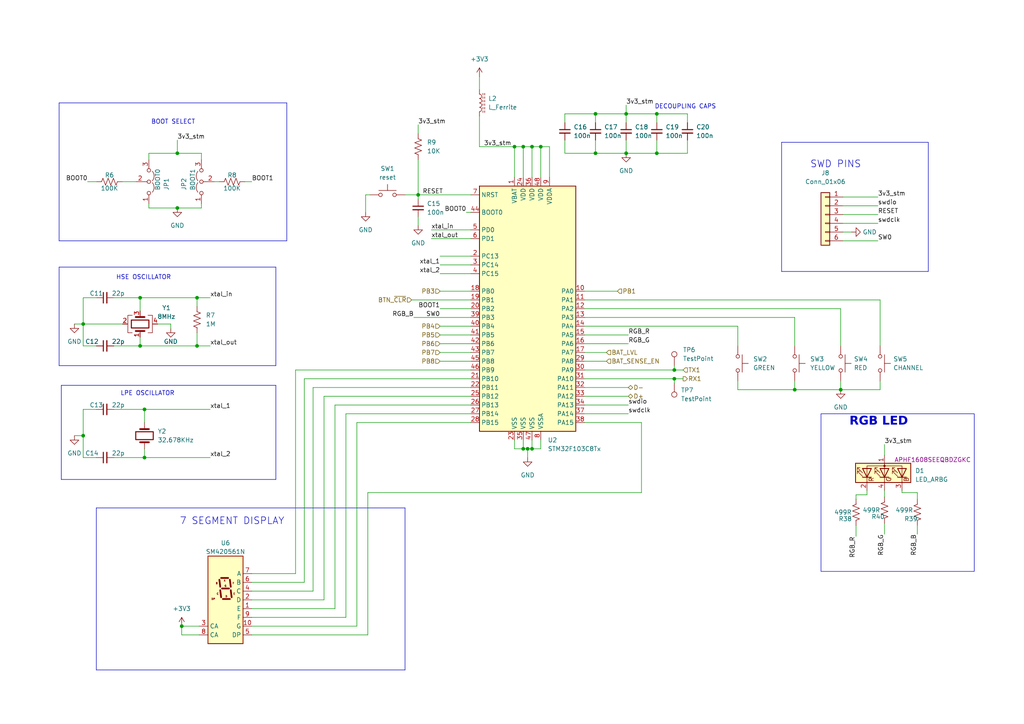
<source format=kicad_sch>
(kicad_sch (version 20230121) (generator eeschema)
  (paper "A4")
  (lib_symbols
    (symbol "Connector:TestPoint" (pin_numbers hide) (pin_names (offset 0.762) hide)
      (property "Reference" "TP" (at 0 6.858 0))
      (property "Value" "TestPoint" (at 0 5.08 0))
      (symbol "TestPoint_0_1"
        (circle (center 0 3.302) (radius 0.762))
      )
      (symbol "TestPoint_1_1"
        (pin passive line (at 0 0 90) (length 2.54) (name "1") (number "1"))
      )
    )
    (symbol "Connector_Generic:Conn_01x06" (pin_names (offset 1.016) hide)
      (property "Reference" "J" (at 0 7.62 0))
      (property "Value" "Conn_01x06" (at 0 -10.16 0))
      (symbol "Conn_01x06_1_1"
        (rectangle (start -1.27 -7.493) (end 0 -7.747) (stroke (width 0.1524)))
        (rectangle (start -1.27 -4.953) (end 0 -5.207) (stroke (width 0.1524)))
        (rectangle (start -1.27 -2.413) (end 0 -2.667) (stroke (width 0.1524)))
        (rectangle (start -1.27 0.127) (end 0 -0.127) (stroke (width 0.1524)))
        (rectangle (start -1.27 2.667) (end 0 2.413) (stroke (width 0.1524)))
        (rectangle (start -1.27 5.207) (end 0 4.953) (stroke (width 0.1524)))
        (rectangle (start -1.27 6.35) (end 1.27 -8.89) (stroke (width 0.254)) (fill (type background)))
        (pin passive line (at -5.08 5.08 0) (length 3.81) (name "Pin_1") (number "1"))
        (pin passive line (at -5.08 2.54 0) (length 3.81) (name "Pin_2") (number "2"))
        (pin passive line (at -5.08 0 0) (length 3.81) (name "Pin_3") (number "3"))
        (pin passive line (at -5.08 -2.54 0) (length 3.81) (name "Pin_4") (number "4"))
        (pin passive line (at -5.08 -5.08 0) (length 3.81) (name "Pin_5") (number "5"))
        (pin passive line (at -5.08 -7.62 0) (length 3.81) (name "Pin_6") (number "6"))
      )
    )
    (symbol "Device:C_Small" (pin_numbers hide) (pin_names (offset 0.254) hide)
      (property "Reference" "C" (at 0.254 1.778 0))
      (property "Value" "C_Small" (at 0.254 -2.032 0))
      (symbol "C_Small_0_1"
        (polyline (pts (xy -1.524 -0.508) (xy 1.524 -0.508)) (stroke (width 0.3302)))
        (polyline (pts (xy -1.524 0.508) (xy 1.524 0.508)) (stroke (width 0.3048)))
      )
      (symbol "C_Small_1_1"
        (pin passive line (at 0 2.54 270) (length 2.032) (name "~") (number "1"))
        (pin passive line (at 0 -2.54 90) (length 2.032) (name "~") (number "2"))
      )
    )
    (symbol "Device:Crystal" (pin_numbers hide) (pin_names (offset 1.016) hide)
      (property "Reference" "Y" (at 0 3.81 0))
      (property "Value" "Crystal" (at 0 -3.81 0))
      (symbol "Crystal_0_1"
        (rectangle (start -1.143 2.54) (end 1.143 -2.54) (stroke (width 0.3048)))
        (polyline (pts (xy -2.54 0) (xy -1.905 0)))
        (polyline (pts (xy -1.905 -1.27) (xy -1.905 1.27)) (stroke (width 0.508)))
        (polyline (pts (xy 1.905 -1.27) (xy 1.905 1.27)) (stroke (width 0.508)))
        (polyline (pts (xy 2.54 0) (xy 1.905 0)))
      )
      (symbol "Crystal_1_1"
        (pin passive line (at -3.81 0 0) (length 1.27) (name "1") (number "1"))
        (pin passive line (at 3.81 0 180) (length 1.27) (name "2") (number "2"))
      )
    )
    (symbol "Device:Crystal_GND24" (pin_names (offset 1.016) hide)
      (property "Reference" "Y" (at 3.175 5.08 0))
      (property "Value" "Crystal_GND24" (at 3.175 3.175 0))
      (symbol "Crystal_GND24_0_1"
        (rectangle (start -1.143 2.54) (end 1.143 -2.54) (stroke (width 0.3048)))
        (polyline (pts (xy -2.54 0) (xy -2.032 0)))
        (polyline (pts (xy -2.032 -1.27) (xy -2.032 1.27)) (stroke (width 0.508)))
        (polyline (pts (xy 0 -3.81) (xy 0 -3.556)))
        (polyline (pts (xy 0 3.556) (xy 0 3.81)))
        (polyline (pts (xy 2.032 -1.27) (xy 2.032 1.27)) (stroke (width 0.508)))
        (polyline (pts (xy 2.032 0) (xy 2.54 0)))
        (polyline (pts (xy -2.54 -2.286) (xy -2.54 -3.556) (xy 2.54 -3.556) (xy 2.54 -2.286)))
        (polyline (pts (xy -2.54 2.286) (xy -2.54 3.556) (xy 2.54 3.556) (xy 2.54 2.286)))
      )
      (symbol "Crystal_GND24_1_1"
        (pin passive line (at -3.81 0 0) (length 1.27) (name "1") (number "1"))
        (pin passive line (at 0 5.08 270) (length 1.27) (name "2") (number "2"))
        (pin passive line (at 3.81 0 180) (length 1.27) (name "3") (number "3"))
        (pin passive line (at 0 -5.08 90) (length 1.27) (name "4") (number "4"))
      )
    )
    (symbol "Device:LED_ARBG" (pin_names (offset 0) hide)
      (property "Reference" "D" (at 0 9.398 0))
      (property "Value" "LED_ARBG" (at 0 -8.89 0))
      (symbol "LED_ARBG_0_0"
        (text "B" (at -1.905 -6.35 0) (effects (font (size 1.27 1.27))))
        (text "G" (at -1.905 -1.27 0) (effects (font (size 1.27 1.27))))
        (text "R" (at -1.905 3.81 0) (effects (font (size 1.27 1.27))))
      )
      (symbol "LED_ARBG_0_1"
        (polyline (pts (xy -1.27 -5.08) (xy -2.54 -5.08)))
        (polyline (pts (xy -1.27 -5.08) (xy 1.27 -5.08)))
        (polyline (pts (xy -1.27 -3.81) (xy -1.27 -6.35)) (stroke (width 0.254)))
        (polyline (pts (xy -1.27 0) (xy -2.54 0)))
        (polyline (pts (xy -1.27 1.27) (xy -1.27 -1.27)) (stroke (width 0.254)))
        (polyline (pts (xy -1.27 5.08) (xy -2.54 5.08)))
        (polyline (pts (xy -1.27 5.08) (xy 1.27 5.08)))
        (polyline (pts (xy -1.27 6.35) (xy -1.27 3.81)) (stroke (width 0.254)))
        (polyline (pts (xy 1.27 0) (xy -1.27 0)))
        (polyline (pts (xy 1.27 0) (xy 2.54 0)))
        (polyline (pts (xy -1.27 1.27) (xy -1.27 -1.27) (xy -1.27 -1.27)))
        (polyline (pts (xy -1.27 6.35) (xy -1.27 3.81) (xy -1.27 3.81)))
        (polyline (pts (xy 1.27 -5.08) (xy 2.032 -5.08) (xy 2.032 5.08) (xy 1.27 5.08)))
        (polyline (pts (xy 1.27 -3.81) (xy 1.27 -6.35) (xy -1.27 -5.08) (xy 1.27 -3.81)) (stroke (width 0.254)))
        (polyline (pts (xy 1.27 1.27) (xy 1.27 -1.27) (xy -1.27 0) (xy 1.27 1.27)) (stroke (width 0.254)))
        (polyline (pts (xy 1.27 6.35) (xy 1.27 3.81) (xy -1.27 5.08) (xy 1.27 6.35)) (stroke (width 0.254)))
        (polyline (pts (xy -1.016 -3.81) (xy 0.508 -2.286) (xy -0.254 -2.286) (xy 0.508 -2.286) (xy 0.508 -3.048)))
        (polyline (pts (xy -1.016 1.27) (xy 0.508 2.794) (xy -0.254 2.794) (xy 0.508 2.794) (xy 0.508 2.032)))
        (polyline (pts (xy -1.016 6.35) (xy 0.508 7.874) (xy -0.254 7.874) (xy 0.508 7.874) (xy 0.508 7.112)))
        (polyline (pts (xy 0 -3.81) (xy 1.524 -2.286) (xy 0.762 -2.286) (xy 1.524 -2.286) (xy 1.524 -3.048)))
        (polyline (pts (xy 0 1.27) (xy 1.524 2.794) (xy 0.762 2.794) (xy 1.524 2.794) (xy 1.524 2.032)))
        (polyline (pts (xy 0 6.35) (xy 1.524 7.874) (xy 0.762 7.874) (xy 1.524 7.874) (xy 1.524 7.112)))
        (rectangle (start 1.27 -1.27) (end 1.27 1.27))
        (rectangle (start 1.27 1.27) (end 1.27 1.27))
        (rectangle (start 1.27 3.81) (end 1.27 6.35))
        (rectangle (start 1.27 6.35) (end 1.27 6.35))
        (circle (center 2.032 0) (radius 0.254) (fill (type outline)))
        (rectangle (start 2.794 8.382) (end -2.794 -7.62) (stroke (width 0.254)) (fill (type background)))
      )
      (symbol "LED_ARBG_1_1"
        (pin passive line (at 5.08 0 180) (length 2.54) (name "A") (number "1"))
        (pin passive line (at -5.08 5.08 0) (length 2.54) (name "RK") (number "2"))
        (pin passive line (at -5.08 -5.08 0) (length 2.54) (name "BK") (number "3"))
        (pin passive line (at -5.08 0 0) (length 2.54) (name "GK") (number "4"))
      )
    )
    (symbol "Device:L_Ferrite" (pin_numbers hide) (pin_names (offset 1.016) hide)
      (property "Reference" "L" (at -1.27 0 90))
      (property "Value" "L_Ferrite" (at 2.794 0 90))
      (symbol "L_Ferrite_0_1"
        (arc (start 0 -2.54) (mid 0.6323 -1.905) (end 0 -1.27))
        (arc (start 0 -1.27) (mid 0.6323 -0.635) (end 0 0))
        (polyline (pts (xy 1.016 -2.794) (xy 1.016 -2.286)))
        (polyline (pts (xy 1.016 -1.778) (xy 1.016 -1.27)))
        (polyline (pts (xy 1.016 -0.762) (xy 1.016 -0.254)))
        (polyline (pts (xy 1.016 0.254) (xy 1.016 0.762)))
        (polyline (pts (xy 1.016 1.27) (xy 1.016 1.778)))
        (polyline (pts (xy 1.016 2.286) (xy 1.016 2.794)))
        (polyline (pts (xy 1.524 -2.286) (xy 1.524 -2.794)))
        (polyline (pts (xy 1.524 -1.27) (xy 1.524 -1.778)))
        (polyline (pts (xy 1.524 -0.254) (xy 1.524 -0.762)))
        (polyline (pts (xy 1.524 0.762) (xy 1.524 0.254)))
        (polyline (pts (xy 1.524 1.778) (xy 1.524 1.27)))
        (polyline (pts (xy 1.524 2.794) (xy 1.524 2.286)))
        (arc (start 0 0) (mid 0.6323 0.635) (end 0 1.27))
        (arc (start 0 1.27) (mid 0.6323 1.905) (end 0 2.54))
      )
      (symbol "L_Ferrite_1_1"
        (pin passive line (at 0 3.81 270) (length 1.27) (name "1") (number "1"))
        (pin passive line (at 0 -3.81 90) (length 1.27) (name "2") (number "2"))
      )
    )
    (symbol "Device:R_US" (pin_numbers hide) (pin_names (offset 0))
      (property "Reference" "R" (at 2.54 0 90))
      (property "Value" "R_US" (at -2.54 0 90))
      (symbol "R_US_0_1"
        (polyline (pts (xy 0 -2.286) (xy 0 -2.54)))
        (polyline (pts (xy 0 2.286) (xy 0 2.54)))
        (polyline (pts (xy 0 -0.762) (xy 1.016 -1.143) (xy 0 -1.524) (xy -1.016 -1.905) (xy 0 -2.286)))
        (polyline (pts (xy 0 0.762) (xy 1.016 0.381) (xy 0 0) (xy -1.016 -0.381) (xy 0 -0.762)))
        (polyline (pts (xy 0 2.286) (xy 1.016 1.905) (xy 0 1.524) (xy -1.016 1.143) (xy 0 0.762)))
      )
      (symbol "R_US_1_1"
        (pin passive line (at 0 3.81 270) (length 1.27) (name "~") (number "1"))
        (pin passive line (at 0 -3.81 90) (length 1.27) (name "~") (number "2"))
      )
    )
    (symbol "Display_Character:D148K"
      (property "Reference" "U6" (at 0 18.415 0))
      (property "Value" "SM420561N" (at 0 15.875 0))
      (symbol "D148K_0_0"
        (text "A" (at 0.254 5.588 0) (effects (font (size 0.508 0.508))))
        (text "B" (at 2.54 4.826 0) (effects (font (size 0.508 0.508))))
        (text "C" (at 2.286 1.778 0) (effects (font (size 0.508 0.508))))
        (text "D" (at -0.254 1.016 0) (effects (font (size 0.508 0.508))))
        (text "DP" (at 3.556 0.254 0) (effects (font (size 0.508 0.508))))
        (text "E" (at -2.54 1.778 0) (effects (font (size 0.508 0.508))))
        (text "F" (at -2.286 4.826 0) (effects (font (size 0.508 0.508))))
        (text "G" (at 0 4.064 0) (effects (font (size 0.508 0.508))))
      )
      (symbol "D148K_0_1"
        (rectangle (start -5.08 12.7) (end 5.08 -12.7) (stroke (width 0.254)) (fill (type background)))
        (polyline (pts (xy -1.524 2.794) (xy -1.778 0.762)) (stroke (width 0.508)))
        (polyline (pts (xy -1.27 0.254) (xy 0.762 0.254)) (stroke (width 0.508)))
        (polyline (pts (xy -1.27 5.842) (xy -1.524 3.81)) (stroke (width 0.508)))
        (polyline (pts (xy -1.016 3.302) (xy 1.016 3.302)) (stroke (width 0.508)))
        (polyline (pts (xy -0.762 6.35) (xy 1.27 6.35)) (stroke (width 0.508)))
        (polyline (pts (xy 1.524 2.794) (xy 1.27 0.762)) (stroke (width 0.508)))
        (polyline (pts (xy 1.778 5.842) (xy 1.524 3.81)) (stroke (width 0.508)))
        (polyline (pts (xy 2.54 0.254) (xy 2.54 0.254)) (stroke (width 0.508)))
      )
      (symbol "D148K_1_1"
        (pin input line (at -7.62 -2.54 0) (length 2.54) (name "E") (number "1"))
        (pin input line (at -7.62 -7.62 0) (length 2.54) (name "G") (number "10"))
        (pin input line (at -7.62 0 0) (length 2.54) (name "D") (number "2"))
        (pin input line (at 7.62 -7.62 180) (length 2.54) (name "CA") (number "3"))
        (pin input line (at -7.62 2.54 0) (length 2.54) (name "C") (number "4"))
        (pin input line (at -7.62 -10.16 0) (length 2.54) (name "DP") (number "5"))
        (pin input line (at -7.62 5.08 0) (length 2.54) (name "B") (number "6"))
        (pin input line (at -7.62 7.62 0) (length 2.54) (name "A") (number "7"))
        (pin input line (at 7.62 -10.16 180) (length 2.54) (name "CA") (number "8"))
        (pin input line (at -7.62 -5.08 0) (length 2.54) (name "F") (number "9"))
      )
    )
    (symbol "Jumper:Jumper_3_Open" (pin_names (offset 0) hide)
      (property "Reference" "JP" (at -2.54 -2.54 0))
      (property "Value" "Jumper_3_Open" (at 0 2.794 0))
      (symbol "Jumper_3_Open_0_0"
        (circle (center -3.302 0) (radius 0.508))
        (circle (center 0 0) (radius 0.508))
        (circle (center 3.302 0) (radius 0.508))
      )
      (symbol "Jumper_3_Open_0_1"
        (arc (start -0.254 1.016) (mid -1.651 1.4992) (end -3.048 1.016))
        (polyline (pts (xy 0 -0.508) (xy 0 -1.27)))
        (arc (start 3.048 1.016) (mid 1.651 1.4992) (end 0.254 1.016))
      )
      (symbol "Jumper_3_Open_1_1"
        (pin passive line (at -6.35 0 0) (length 2.54) (name "A") (number "1"))
        (pin passive line (at 0 -3.81 90) (length 2.54) (name "C") (number "2"))
        (pin passive line (at 6.35 0 180) (length 2.54) (name "B") (number "3"))
      )
    )
    (symbol "MCU_ST_STM32F1:STM32F103C8Tx"
      (property "Reference" "U" (at -15.24 36.83 0))
      (property "Value" "STM32F103C8Tx" (at 7.62 36.83 0))
      (symbol "STM32F103C8Tx_0_1"
        (rectangle (start -15.24 -35.56) (end 12.7 35.56) (stroke (width 0.254)) (fill (type background)))
      )
      (symbol "STM32F103C8Tx_1_1"
        (pin power_in line (at -5.08 38.1 270) (length 2.54) (name "VBAT") (number "1"))
        (pin bidirectional line (at 15.24 5.08 180) (length 2.54) (name "PA0") (number "10"))
        (pin bidirectional line (at 15.24 2.54 180) (length 2.54) (name "PA1") (number "11"))
        (pin bidirectional line (at 15.24 0 180) (length 2.54) (name "PA2") (number "12"))
        (pin bidirectional line (at 15.24 -2.54 180) (length 2.54) (name "PA3") (number "13"))
        (pin bidirectional line (at 15.24 -5.08 180) (length 2.54) (name "PA4") (number "14"))
        (pin bidirectional line (at 15.24 -7.62 180) (length 2.54) (name "PA5") (number "15"))
        (pin bidirectional line (at 15.24 -10.16 180) (length 2.54) (name "PA6") (number "16"))
        (pin bidirectional line (at 15.24 -12.7 180) (length 2.54) (name "PA7") (number "17"))
        (pin bidirectional line (at -17.78 5.08 0) (length 2.54) (name "PB0") (number "18"))
        (pin bidirectional line (at -17.78 2.54 0) (length 2.54) (name "PB1") (number "19"))
        (pin bidirectional line (at -17.78 15.24 0) (length 2.54) (name "PC13") (number "2"))
        (pin bidirectional line (at -17.78 0 0) (length 2.54) (name "PB2") (number "20"))
        (pin bidirectional line (at -17.78 -20.32 0) (length 2.54) (name "PB10") (number "21"))
        (pin bidirectional line (at -17.78 -22.86 0) (length 2.54) (name "PB11") (number "22"))
        (pin power_in line (at -5.08 -38.1 90) (length 2.54) (name "VSS") (number "23"))
        (pin power_in line (at -2.54 38.1 270) (length 2.54) (name "VDD") (number "24"))
        (pin bidirectional line (at -17.78 -25.4 0) (length 2.54) (name "PB12") (number "25"))
        (pin bidirectional line (at -17.78 -27.94 0) (length 2.54) (name "PB13") (number "26"))
        (pin bidirectional line (at -17.78 -30.48 0) (length 2.54) (name "PB14") (number "27"))
        (pin bidirectional line (at -17.78 -33.02 0) (length 2.54) (name "PB15") (number "28"))
        (pin bidirectional line (at 15.24 -15.24 180) (length 2.54) (name "PA8") (number "29"))
        (pin bidirectional line (at -17.78 12.7 0) (length 2.54) (name "PC14") (number "3"))
        (pin bidirectional line (at 15.24 -17.78 180) (length 2.54) (name "PA9") (number "30"))
        (pin bidirectional line (at 15.24 -20.32 180) (length 2.54) (name "PA10") (number "31"))
        (pin bidirectional line (at 15.24 -22.86 180) (length 2.54) (name "PA11") (number "32"))
        (pin bidirectional line (at 15.24 -25.4 180) (length 2.54) (name "PA12") (number "33"))
        (pin bidirectional line (at 15.24 -27.94 180) (length 2.54) (name "PA13") (number "34"))
        (pin power_in line (at -2.54 -38.1 90) (length 2.54) (name "VSS") (number "35"))
        (pin power_in line (at 0 38.1 270) (length 2.54) (name "VDD") (number "36"))
        (pin bidirectional line (at 15.24 -30.48 180) (length 2.54) (name "PA14") (number "37"))
        (pin bidirectional line (at 15.24 -33.02 180) (length 2.54) (name "PA15") (number "38"))
        (pin bidirectional line (at -17.78 -2.54 0) (length 2.54) (name "PB3") (number "39"))
        (pin bidirectional line (at -17.78 10.16 0) (length 2.54) (name "PC15") (number "4"))
        (pin bidirectional line (at -17.78 -5.08 0) (length 2.54) (name "PB4") (number "40"))
        (pin bidirectional line (at -17.78 -7.62 0) (length 2.54) (name "PB5") (number "41"))
        (pin bidirectional line (at -17.78 -10.16 0) (length 2.54) (name "PB6") (number "42"))
        (pin bidirectional line (at -17.78 -12.7 0) (length 2.54) (name "PB7") (number "43"))
        (pin input line (at -17.78 27.94 0) (length 2.54) (name "BOOT0") (number "44"))
        (pin bidirectional line (at -17.78 -15.24 0) (length 2.54) (name "PB8") (number "45"))
        (pin bidirectional line (at -17.78 -17.78 0) (length 2.54) (name "PB9") (number "46"))
        (pin power_in line (at 0 -38.1 90) (length 2.54) (name "VSS") (number "47"))
        (pin power_in line (at 2.54 38.1 270) (length 2.54) (name "VDD") (number "48"))
        (pin input line (at -17.78 22.86 0) (length 2.54) (name "PD0") (number "5"))
        (pin input line (at -17.78 20.32 0) (length 2.54) (name "PD1") (number "6"))
        (pin input line (at -17.78 33.02 0) (length 2.54) (name "NRST") (number "7"))
        (pin power_in line (at 2.54 -38.1 90) (length 2.54) (name "VSSA") (number "8"))
        (pin power_in line (at 5.08 38.1 270) (length 2.54) (name "VDDA") (number "9"))
      )
    )
    (symbol "Switch:SW_Push" (pin_numbers hide) (pin_names (offset 1.016) hide)
      (property "Reference" "SW" (at 1.27 2.54 0))
      (property "Value" "SW_Push" (at 0 -1.524 0))
      (symbol "SW_Push_0_1"
        (circle (center -2.032 0) (radius 0.508))
        (polyline (pts (xy 0 1.27) (xy 0 3.048)))
        (polyline (pts (xy 2.54 1.27) (xy -2.54 1.27)))
        (circle (center 2.032 0) (radius 0.508))
        (pin passive line (at -5.08 0 0) (length 2.54) (name "1") (number "1"))
        (pin passive line (at 5.08 0 180) (length 2.54) (name "2") (number "2"))
      )
    )
    (symbol "power:+3V3" (power) (pin_names (offset 0))
      (property "Value" "+3V3" (at 0 3.556 0))
      (symbol "+3V3_0_1"
        (polyline (pts (xy -0.762 1.27) (xy 0 2.54)))
        (polyline (pts (xy 0 0) (xy 0 2.54)))
        (polyline (pts (xy 0 2.54) (xy 0.762 1.27)))
      )
      (symbol "+3V3_1_1"
        (pin power_in line (at 0 0 90) (length 0) hide (name "+3V3") (number "1"))
      )
    )
    (symbol "power:GND" (power) (pin_names (offset 0))
      (property "Value" "GND" (at 0 -3.81 0))
      (symbol "GND_0_1"
        (polyline (pts (xy 0 0) (xy 0 -1.27) (xy 1.27 -1.27) (xy 0 -2.54) (xy -1.27 -1.27) (xy 0 -1.27)))
      )
      (symbol "GND_1_1"
        (pin power_in line (at 0 0 270) (length 0) hide (name "GND") (number "1"))
      )
    )
  )
  (junction (at 41.91 132.715))
  (junction (at 51.435 60.325))
  (junction (at 190.5 33.02))
  (junction (at 195.58 107.315))
  (junction (at 24.13 93.98))
  (junction (at 57.15 100.33))
  (junction (at 190.5 44.45))
  (junction (at 243.84 113.03))
  (junction (at 172.72 33.02))
  (junction (at 195.58 109.855))
  (junction (at 151.765 42.545))
  (junction (at 230.505 113.03))
  (junction (at 153.035 130.175))
  (junction (at 40.64 86.36))
  (junction (at 149.225 42.545))
  (junction (at 172.72 44.45))
  (junction (at 151.765 130.175))
  (junction (at 52.705 181.61))
  (junction (at 24.13 126.365))
  (junction (at 57.15 86.36))
  (junction (at 154.305 130.175))
  (junction (at 51.435 44.45))
  (junction (at 156.845 42.545))
  (junction (at 40.64 100.33))
  (junction (at 154.305 42.545))
  (junction (at 121.285 56.515))
  (junction (at 181.61 44.45))
  (junction (at 41.91 118.745))
  (junction (at 181.61 33.02))
  (wire (pts (xy 190.5 33.02) (xy 190.5 35.56)))
  (wire (pts (xy 106.045 56.515) (xy 106.045 61.595)))
  (wire (pts (xy 256.54 154.94) (xy 256.54 151.765)))
  (wire (pts (xy 107.315 56.515) (xy 106.045 56.515)))
  (wire (pts (xy 169.545 107.315) (xy 195.58 107.315)))
  (wire (pts (xy 154.305 42.545) (xy 154.305 51.435)))
  (wire (pts (xy 172.72 44.45) (xy 181.61 44.45)))
  (wire (pts (xy 97.155 176.53) (xy 73.025 176.53)))
  (wire (pts (xy 58.42 60.325) (xy 58.42 59.055)))
  (polyline (pts (xy 17.145 29.845) (xy 17.145 69.85)))
  (wire (pts (xy 163.83 33.02) (xy 163.83 35.56)))
  (wire (pts (xy 169.545 114.935) (xy 182.245 114.935)))
  (wire (pts (xy 172.72 40.64) (xy 172.72 44.45)))
  (wire (pts (xy 190.5 40.64) (xy 190.5 44.45)))
  (wire (pts (xy 25.4 52.705) (xy 27.94 52.705)))
  (wire (pts (xy 88.265 109.855) (xy 136.525 109.855)))
  (polyline (pts (xy 269.24 41.275) (xy 269.24 78.74)))
  (wire (pts (xy 43.18 44.45) (xy 43.18 46.355)))
  (polyline (pts (xy 269.24 78.74) (xy 226.695 78.74)))
  (wire (pts (xy 57.785 184.15) (xy 52.705 184.15)))
  (wire (pts (xy 213.995 110.49) (xy 213.995 113.03)))
  (wire (pts (xy 52.705 184.15) (xy 52.705 181.61)))
  (wire (pts (xy 125.095 66.675) (xy 136.525 66.675)))
  (polyline (pts (xy 17.145 77.47) (xy 17.145 106.045)))
  (wire (pts (xy 127.635 104.775) (xy 136.525 104.775)))
  (wire (pts (xy 24.13 93.98) (xy 35.56 93.98)))
  (polyline (pts (xy 80.01 106.045) (xy 17.145 106.045)))
  (wire (pts (xy 35.56 52.705) (xy 39.37 52.705)))
  (wire (pts (xy 153.035 130.175) (xy 153.035 132.715)))
  (wire (pts (xy 127.635 97.155) (xy 136.525 97.155)))
  (wire (pts (xy 43.18 60.325) (xy 51.435 60.325)))
  (polyline (pts (xy 80.01 111.76) (xy 80.01 139.065)))
  (wire (pts (xy 41.91 118.745) (xy 60.96 118.745)))
  (wire (pts (xy 100.33 120.015) (xy 136.525 120.015)))
  (wire (pts (xy 97.155 117.475) (xy 97.155 176.53)))
  (wire (pts (xy 43.18 44.45) (xy 51.435 44.45)))
  (wire (pts (xy 255.27 110.49) (xy 255.27 113.03)))
  (polyline (pts (xy 226.695 41.275) (xy 226.695 78.74)))
  (wire (pts (xy 156.845 42.545) (xy 159.385 42.545)))
  (wire (pts (xy 169.545 89.535) (xy 243.84 89.535)))
  (wire (pts (xy 243.84 110.49) (xy 243.84 113.03)))
  (wire (pts (xy 40.64 100.33) (xy 57.15 100.33)))
  (wire (pts (xy 169.545 117.475) (xy 182.245 117.475)))
  (wire (pts (xy 57.15 86.36) (xy 57.15 88.9)))
  (wire (pts (xy 149.225 42.545) (xy 149.225 51.435)))
  (wire (pts (xy 169.545 104.775) (xy 175.895 104.775)))
  (wire (pts (xy 52.705 181.61) (xy 57.785 181.61)))
  (wire (pts (xy 151.765 130.175) (xy 153.035 130.175)))
  (wire (pts (xy 41.91 130.175) (xy 41.91 132.715)))
  (wire (pts (xy 121.285 56.515) (xy 117.475 56.515)))
  (wire (pts (xy 248.285 155.575) (xy 248.285 152.4)))
  (polyline (pts (xy 80.01 139.065) (xy 17.78 139.065)))
  (wire (pts (xy 139.065 22.225) (xy 139.065 26.035)))
  (wire (pts (xy 100.33 179.07) (xy 100.33 120.015)))
  (wire (pts (xy 136.525 122.555) (xy 103.505 122.555)))
  (wire (pts (xy 156.845 127.635) (xy 156.845 130.175)))
  (wire (pts (xy 172.72 33.02) (xy 163.83 33.02)))
  (wire (pts (xy 169.545 102.235) (xy 175.895 102.235)))
  (wire (pts (xy 156.845 42.545) (xy 156.845 51.435)))
  (polyline (pts (xy 83.185 29.845) (xy 83.185 69.85)))
  (wire (pts (xy 73.025 166.37) (xy 85.725 166.37)))
  (wire (pts (xy 106.68 184.15) (xy 106.68 142.875)))
  (wire (pts (xy 244.475 69.85) (xy 254.635 69.85)))
  (wire (pts (xy 149.225 127.635) (xy 149.225 130.175)))
  (wire (pts (xy 120.015 92.075) (xy 136.525 92.075)))
  (wire (pts (xy 33.02 118.745) (xy 41.91 118.745)))
  (wire (pts (xy 181.61 33.02) (xy 181.61 35.56)))
  (wire (pts (xy 244.475 57.15) (xy 254.635 57.15)))
  (wire (pts (xy 127.635 79.375) (xy 136.525 79.375)))
  (wire (pts (xy 169.545 112.395) (xy 182.245 112.395)))
  (wire (pts (xy 136.525 117.475) (xy 97.155 117.475)))
  (wire (pts (xy 199.39 44.45) (xy 199.39 40.64)))
  (wire (pts (xy 51.435 40.64) (xy 51.435 44.45)))
  (wire (pts (xy 169.545 94.615) (xy 213.995 94.615)))
  (wire (pts (xy 169.545 122.555) (xy 186.055 122.555)))
  (wire (pts (xy 266.065 144.78) (xy 266.065 142.875)))
  (wire (pts (xy 57.15 96.52) (xy 57.15 100.33)))
  (wire (pts (xy 195.58 111.125) (xy 195.58 109.855)))
  (polyline (pts (xy 27.94 147.32) (xy 117.475 147.32)))
  (wire (pts (xy 45.72 93.98) (xy 49.53 93.98)))
  (wire (pts (xy 88.265 168.91) (xy 73.025 168.91)))
  (wire (pts (xy 106.68 142.875) (xy 186.055 142.875)))
  (wire (pts (xy 248.285 144.78) (xy 248.285 143.51)))
  (wire (pts (xy 243.84 113.03) (xy 255.27 113.03)))
  (polyline (pts (xy 27.94 147.32) (xy 27.94 194.31)))
  (wire (pts (xy 256.54 128.905) (xy 256.54 132.08)))
  (wire (pts (xy 151.765 127.635) (xy 151.765 130.175)))
  (wire (pts (xy 121.285 62.865) (xy 121.285 65.405)))
  (wire (pts (xy 73.025 179.07) (xy 100.33 179.07)))
  (wire (pts (xy 40.64 90.17) (xy 40.64 86.36)))
  (wire (pts (xy 139.065 42.545) (xy 149.225 42.545)))
  (wire (pts (xy 181.61 40.64) (xy 181.61 44.45)))
  (wire (pts (xy 127.635 89.535) (xy 136.525 89.535)))
  (wire (pts (xy 154.305 42.545) (xy 156.845 42.545)))
  (polyline (pts (xy 17.145 77.47) (xy 80.01 77.47)))
  (wire (pts (xy 266.065 142.875) (xy 261.62 142.875)))
  (wire (pts (xy 121.285 46.355) (xy 121.285 56.515)))
  (wire (pts (xy 27.94 118.745) (xy 24.13 118.745)))
  (polyline (pts (xy 27.94 194.31) (xy 117.475 194.31)))
  (wire (pts (xy 181.61 44.45) (xy 190.5 44.45)))
  (wire (pts (xy 136.525 56.515) (xy 121.285 56.515)))
  (wire (pts (xy 136.525 102.235) (xy 127.635 102.235)))
  (wire (pts (xy 230.505 110.49) (xy 230.505 113.03)))
  (wire (pts (xy 103.505 181.61) (xy 73.025 181.61)))
  (wire (pts (xy 43.18 59.055) (xy 43.18 60.325)))
  (wire (pts (xy 62.23 52.705) (xy 63.5 52.705)))
  (wire (pts (xy 169.545 84.455) (xy 179.07 84.455)))
  (wire (pts (xy 244.475 59.69) (xy 254.635 59.69)))
  (wire (pts (xy 255.27 86.995) (xy 255.27 100.33)))
  (wire (pts (xy 169.545 120.015) (xy 182.245 120.015)))
  (wire (pts (xy 251.46 143.51) (xy 251.46 142.24)))
  (wire (pts (xy 181.61 33.02) (xy 172.72 33.02)))
  (wire (pts (xy 24.13 132.715) (xy 27.94 132.715)))
  (wire (pts (xy 151.765 42.545) (xy 154.305 42.545)))
  (wire (pts (xy 127.635 99.695) (xy 136.525 99.695)))
  (wire (pts (xy 21.59 126.365) (xy 24.13 126.365)))
  (polyline (pts (xy 117.475 194.31) (xy 117.475 147.32)))
  (wire (pts (xy 40.64 100.33) (xy 40.64 97.79)))
  (wire (pts (xy 169.545 86.995) (xy 255.27 86.995)))
  (wire (pts (xy 21.59 93.98) (xy 24.13 93.98)))
  (wire (pts (xy 186.055 142.875) (xy 186.055 122.555)))
  (wire (pts (xy 190.5 44.45) (xy 199.39 44.45)))
  (wire (pts (xy 135.255 61.595) (xy 136.525 61.595)))
  (wire (pts (xy 93.98 114.935) (xy 136.525 114.935)))
  (wire (pts (xy 149.225 130.175) (xy 151.765 130.175)))
  (wire (pts (xy 24.13 100.33) (xy 27.94 100.33)))
  (wire (pts (xy 169.545 97.155) (xy 182.245 97.155)))
  (wire (pts (xy 266.065 152.4) (xy 266.065 154.94)))
  (wire (pts (xy 163.83 40.64) (xy 163.83 44.45)))
  (polyline (pts (xy 17.145 29.845) (xy 83.185 29.845)))
  (wire (pts (xy 169.545 99.695) (xy 182.245 99.695)))
  (wire (pts (xy 57.15 86.36) (xy 60.96 86.36)))
  (wire (pts (xy 195.58 107.315) (xy 198.12 107.315)))
  (wire (pts (xy 127.635 84.455) (xy 136.525 84.455)))
  (wire (pts (xy 136.525 74.295) (xy 127.635 74.295)))
  (wire (pts (xy 127.635 94.615) (xy 136.525 94.615)))
  (wire (pts (xy 244.475 67.31) (xy 247.015 67.31)))
  (wire (pts (xy 51.435 60.325) (xy 58.42 60.325)))
  (wire (pts (xy 261.62 142.875) (xy 261.62 142.24)))
  (wire (pts (xy 127.635 76.835) (xy 136.525 76.835)))
  (wire (pts (xy 169.545 109.855) (xy 195.58 109.855)))
  (wire (pts (xy 181.61 30.48) (xy 181.61 33.02)))
  (wire (pts (xy 149.225 42.545) (xy 151.765 42.545)))
  (wire (pts (xy 213.995 113.03) (xy 230.505 113.03)))
  (wire (pts (xy 41.91 118.745) (xy 41.91 122.555)))
  (wire (pts (xy 90.805 112.395) (xy 90.805 171.45)))
  (wire (pts (xy 24.13 93.98) (xy 24.13 100.33)))
  (wire (pts (xy 93.98 114.935) (xy 93.98 173.99)))
  (wire (pts (xy 213.995 100.33) (xy 213.995 94.615)))
  (wire (pts (xy 159.385 42.545) (xy 159.385 51.435)))
  (wire (pts (xy 90.805 112.395) (xy 136.525 112.395)))
  (wire (pts (xy 103.505 122.555) (xy 103.505 181.61)))
  (wire (pts (xy 24.13 126.365) (xy 24.13 132.715)))
  (wire (pts (xy 24.13 86.36) (xy 24.13 93.98)))
  (wire (pts (xy 230.505 92.075) (xy 230.505 100.33)))
  (wire (pts (xy 85.725 107.315) (xy 85.725 166.37)))
  (wire (pts (xy 49.53 93.98) (xy 49.53 95.25)))
  (wire (pts (xy 248.285 143.51) (xy 251.46 143.51)))
  (wire (pts (xy 154.305 127.635) (xy 154.305 130.175)))
  (wire (pts (xy 40.64 86.36) (xy 57.15 86.36)))
  (wire (pts (xy 139.065 33.655) (xy 139.065 42.545)))
  (wire (pts (xy 33.02 132.715) (xy 41.91 132.715)))
  (polyline (pts (xy 80.01 77.47) (xy 80.01 106.045)))
  (wire (pts (xy 199.39 33.02) (xy 190.5 33.02)))
  (wire (pts (xy 88.265 109.855) (xy 88.265 168.91)))
  (wire (pts (xy 244.475 64.77) (xy 254.635 64.77)))
  (wire (pts (xy 169.545 92.075) (xy 230.505 92.075)))
  (wire (pts (xy 125.095 69.215) (xy 136.525 69.215)))
  (wire (pts (xy 256.54 144.145) (xy 256.54 142.24)))
  (wire (pts (xy 190.5 33.02) (xy 181.61 33.02)))
  (wire (pts (xy 41.91 132.715) (xy 60.96 132.715)))
  (wire (pts (xy 172.72 33.02) (xy 172.72 35.56)))
  (wire (pts (xy 33.02 100.33) (xy 40.64 100.33)))
  (wire (pts (xy 73.025 184.15) (xy 106.68 184.15)))
  (wire (pts (xy 24.13 118.745) (xy 24.13 126.365)))
  (wire (pts (xy 58.42 46.355) (xy 58.42 44.45)))
  (wire (pts (xy 27.94 86.36) (xy 24.13 86.36)))
  (wire (pts (xy 199.39 35.56) (xy 199.39 33.02)))
  (wire (pts (xy 243.84 89.535) (xy 243.84 100.33)))
  (polyline (pts (xy 83.185 69.85) (xy 17.145 69.85)))
  (wire (pts (xy 154.305 130.175) (xy 156.845 130.175)))
  (wire (pts (xy 85.725 107.315) (xy 136.525 107.315)))
  (wire (pts (xy 151.765 42.545) (xy 151.765 51.435)))
  (wire (pts (xy 121.285 56.515) (xy 121.285 57.785)))
  (wire (pts (xy 163.83 44.45) (xy 172.72 44.45)))
  (wire (pts (xy 195.58 109.855) (xy 198.12 109.855)))
  (wire (pts (xy 121.285 36.195) (xy 121.285 38.735)))
  (wire (pts (xy 73.025 171.45) (xy 90.805 171.45)))
  (wire (pts (xy 119.38 86.995) (xy 136.525 86.995)))
  (wire (pts (xy 57.15 100.33) (xy 60.96 100.33)))
  (wire (pts (xy 71.12 52.705) (xy 73.025 52.705)))
  (polyline (pts (xy 17.78 111.76) (xy 80.01 111.76)))
  (polyline (pts (xy 226.695 41.275) (xy 269.24 41.275)))
  (wire (pts (xy 244.475 62.23) (xy 254.635 62.23)))
  (wire (pts (xy 93.98 173.99) (xy 73.025 173.99)))
  (wire (pts (xy 230.505 113.03) (xy 243.84 113.03)))
  (wire (pts (xy 153.035 130.175) (xy 154.305 130.175)))
  (wire (pts (xy 195.58 106.045) (xy 195.58 107.315)))
  (polyline (pts (xy 17.78 111.76) (xy 17.78 139.065)))
  (wire (pts (xy 33.02 86.36) (xy 40.64 86.36)))
  (wire (pts (xy 51.435 44.45) (xy 58.42 44.45)))
  (rectangle (start 238.125 120.015) (end 282.575 165.735))
  (text "7 SEGMENT DISPLAY" (at 52.07 152.4 0) (effects (font (size 2 2)) (justify left bottom)))
  (text "DECOUPLING CAPS" (at 189.865 31.75 0) (effects (font (size 1.27 1.27)) (justify left bottom)))
  (text "SWD PINS" (at 234.95 48.895 0) (effects (font (size 2 2)) (justify left bottom)))
  (text "RGB LED" (at 246.38 124.46 0) (effects (font (size 2.5 2.5) (thickness 0.5) bold) (justify left bottom)))
  (text "LPE OSCILLATOR" (at 34.925 114.935 0) (effects (font (size 1.27 1.27)) (justify left bottom)))
  (text "HSE OSCILLATOR" (at 33.655 81.28 0) (effects (font (size 1.27 1.27)) (justify left bottom)))
  (text "BOOT SELECT" (at 43.815 36.195 0) (effects (font (size 1.27 1.27)) (justify left bottom)))
  (label "xtal_2" (at 127.635 79.375 180))
  (label "BOOT1" (at 73.025 52.705 0))
  (label "SW0" (at 127.635 92.075 180))
  (label "xtal_in" (at 60.96 86.36 0))
  (label "RGB_R" (at 248.285 155.575 270))
  (label "xtal_1" (at 60.96 118.745 0))
  (label "3v3_stm" (at 254.635 57.15 0))
  (label "BOOT0" (at 135.255 61.595 180))
  (label "swdio" (at 254.635 59.69 0))
  (label "xtal_out" (at 60.96 100.33 0))
  (label "xtal_1" (at 127.635 76.835 180))
  (label "RGB_B" (at 266.065 154.94 270))
  (label "3v3_stm" (at 121.285 36.195 0))
  (label "3v3_stm" (at 256.54 128.905 0))
  (label "RESET" (at 254.635 62.23 0))
  (label "BOOT1" (at 127.635 89.535 180))
  (label "RGB_G" (at 182.245 99.695 0))
  (label "swdio" (at 182.245 117.475 0))
  (label "RGB_G" (at 256.54 154.94 270))
  (label "xtal_2" (at 60.96 132.715 0))
  (label "3v3_stm" (at 51.435 40.64 0))
  (label "swdclk" (at 182.245 120.015 0))
  (label "xtal_in" (at 125.095 66.675 0))
  (label "3v3_stm" (at 181.61 30.48 0))
  (label "RGB_B" (at 120.015 92.075 180))
  (label "xtal_out" (at 125.095 69.215 0))
  (label "BOOT0" (at 25.4 52.705 180))
  (label "3v3_stm" (at 140.335 42.545 0))
  (label "SW0" (at 254.635 69.85 0))
  (label "RESET" (at 122.555 56.515 0))
  (label "swdclk" (at 254.635 64.77 0))
  (label "RGB_R" (at 182.245 97.155 0))
  (hierarchical_label "PB6" (shape input) (at 127.635 99.695 180))
  (hierarchical_label "D+" (shape bidirectional) (at 182.245 114.935 0))
  (hierarchical_label "BTN_~{CLR}" (shape input) (at 119.38 86.995 180))
  (hierarchical_label "PB5" (shape input) (at 127.635 97.155 180))
  (hierarchical_label "RX1" (shape output) (at 198.12 109.855 0))
  (hierarchical_label "D-" (shape bidirectional) (at 182.245 112.395 0))
  (hierarchical_label "PB1" (shape input) (at 179.07 84.455 0))
  (hierarchical_label "PB8" (shape input) (at 127.635 104.775 180))
  (hierarchical_label "PB3" (shape input) (at 127.635 84.455 180))
  (hierarchical_label "PB7" (shape input) (at 127.635 102.235 180))
  (hierarchical_label "TX1" (shape input) (at 198.12 107.315 0))
  (hierarchical_label "BAT_LVL" (shape input) (at 175.895 102.235 0))
  (hierarchical_label "BAT_SENSE_EN" (shape input) (at 175.895 104.775 0))
  (hierarchical_label "PB4" (shape input) (at 127.635 94.615 180))
  (symbol (lib_id "power:GND") (at 21.59 126.365 0) (unit 1)
    (property "Reference" "#PWR017" (effects hide))
    (property "Value" "GND" (at 21.59 131.445 0))
  )
  (symbol (lib_id "Switch:SW_Push") (at 230.505 105.41 270) (mirror x) (unit 1)
    (property "Reference" "SW3" (at 234.95 104.1399 90) (effects (justify left)))
    (property "Value" "YELLOW" (at 234.95 106.6799 90) (effects (justify left)))
    (property "Footprint" "Button_Switch_SMD:SW_SPST_EVQQ2" (effects hide))
    (property "MPN" "EVQQ2K03W" (effects hide))
  )
  (symbol (lib_id "power:GND") (at 121.285 65.405 0) (unit 1)
    (property "Reference" "#PWR021" (effects hide))
    (property "Value" "GND" (at 121.285 70.485 0))
  )
  (symbol (lib_id "power:+3V3") (at 52.705 181.61 0) (unit 1)
    (property "Reference" "#PWR02" (effects hide))
    (property "Value" "+3V3" (at 52.705 176.53 0))
  )
  (symbol (lib_id "Device:C_Small") (at 181.61 38.1 0) (unit 1)
    (property "Reference" "C18" (at 184.15 36.8362 0) (effects (justify left)))
    (property "Value" "100n" (at 184.15 39.3762 0) (effects (justify left)))
    (property "Footprint" "Capacitor_SMD:C_0402_1005Metric" (effects hide))
  )
  (symbol (lib_id "Device:R_US") (at 248.285 148.59 0) (mirror x) (unit 1)
    (property "Reference" "R38" (at 243.205 150.495 0) (effects (justify left)))
    (property "Value" "499R" (at 241.935 148.59 0) (effects (justify left)))
    (property "Footprint" "Resistor_SMD:R_0402_1005Metric" (effects hide))
  )
  (symbol (lib_id "power:+3V3") (at 139.065 22.225 0) (unit 1)
    (property "Reference" "#PWR022" (effects hide))
    (property "Value" "+3V3" (at 139.065 17.145 0))
  )
  (symbol (lib_id "Device:R_US") (at 57.15 92.71 0) (unit 1)
    (property "Reference" "R7" (at 59.69 91.4399 0) (effects (justify left)))
    (property "Value" "1M" (at 59.69 93.9799 0) (effects (justify left)))
    (property "Footprint" "Resistor_SMD:R_0402_1005Metric" (effects hide))
  )
  (symbol (lib_id "Device:LED_ARBG") (at 256.54 137.16 90) (unit 1)
    (property "Reference" "D1" (at 265.43 136.525 90) (effects (justify right)))
    (property "Value" "LED_ARBG" (at 265.43 139.065 90) (effects (justify right)))
    (property "Footprint" "MACHADA_footprints:LED_APHF1608SEEQBDZGKC" (effects hide))
    (property "MPN" "APHF1608SEEQBDZGKC" (at 270.51 133.35 90))
  )
  (symbol (lib_id "Device:Crystal_GND24") (at 40.64 93.98 90) (unit 1)
    (property "Reference" "Y1" (at 48.26 89.281 90))
    (property "Value" "8MHz" (at 48.26 91.821 90))
    (property "Footprint" "Crystal:Crystal_SMD_3225-4Pin_3.2x2.5mm" (effects hide))
  )
  (symbol (lib_id "Connector_Generic:Conn_01x06") (at 239.395 62.23 0) (mirror y) (unit 1)
    (property "Reference" "J8" (at 239.395 50.165 0))
    (property "Value" "Conn_01x06" (at 239.395 52.705 0))
    (property "Footprint" "greencharge-footprints:J-LINK_6-PIN_NEEDLE_ADAPTER" (effects hide))
  )
  (symbol (lib_id "power:GND") (at 49.53 95.25 0) (unit 1)
    (property "Reference" "#PWR019" (effects hide))
    (property "Value" "GND" (at 49.53 99.06 0))
  )
  (symbol (lib_id "power:GND") (at 153.035 132.715 0) (unit 1)
    (property "Reference" "#PWR023" (effects hide))
    (property "Value" "GND" (at 153.035 137.795 0))
  )
  (symbol (lib_id "Device:Crystal") (at 41.91 126.365 90) (unit 1)
    (property "Reference" "Y2" (at 45.72 125.0949 90) (effects (justify right)))
    (property "Value" "32.678KHz" (at 45.72 127.6349 90) (effects (justify right)))
    (property "Footprint" "Crystal:Crystal_SMD_3215-2Pin_3.2x1.5mm" (effects hide))
  )
  (symbol (lib_id "Switch:SW_Push") (at 243.84 105.41 270) (mirror x) (unit 1)
    (property "Reference" "SW4" (at 247.65 104.1399 90) (effects (justify left)))
    (property "Value" "RED" (at 247.65 106.6799 90) (effects (justify left)))
    (property "Footprint" "Button_Switch_SMD:SW_SPST_EVQQ2" (effects hide))
    (property "MPN" "EVQQ2K03W" (effects hide))
  )
  (symbol (lib_id "Device:C_Small") (at 190.5 38.1 0) (unit 1)
    (property "Reference" "C19" (at 193.04 36.8362 0) (effects (justify left)))
    (property "Value" "100n" (at 193.04 39.3762 0) (effects (justify left)))
    (property "Footprint" "Capacitor_SMD:C_0402_1005Metric" (effects hide))
  )
  (symbol (lib_id "power:GND") (at 21.59 93.98 0) (unit 1)
    (property "Reference" "#PWR018" (effects hide))
    (property "Value" "GND" (at 21.59 99.06 0))
  )
  (symbol (lib_id "Device:R_US") (at 31.75 52.705 90) (unit 1)
    (property "Reference" "R6" (at 31.75 50.8 90))
    (property "Value" "100K" (at 31.75 54.61 90))
    (property "Footprint" "Resistor_SMD:R_0402_1005Metric" (effects hide))
  )
  (symbol (lib_id "Connector:TestPoint") (at 195.58 106.045 0) (unit 1)
    (property "Reference" "TP6" (at 198.0535 101.4729 0) (effects (justify left)))
    (property "Value" "TestPoint" (at 198.0535 104.0129 0) (effects (justify left)))
    (property "Footprint" "brilliant-kicad-library:TestPoint_Pad_D0.9mm" (effects hide))
  )
  (symbol (lib_id "power:GND") (at 243.84 113.03 0) (unit 1)
    (property "Reference" "#PWR041" (effects hide))
    (property "Value" "GND" (at 243.84 118.11 0))
  )
  (symbol (lib_id "Device:C_Small") (at 163.83 38.1 0) (unit 1)
    (property "Reference" "C16" (at 166.37 36.8362 0) (effects (justify left)))
    (property "Value" "100n" (at 166.37 39.3762 0) (effects (justify left)))
    (property "Footprint" "Capacitor_SMD:C_0402_1005Metric" (effects hide))
  )
  (symbol (lib_id "Device:L_Ferrite") (at 139.065 29.845 0) (unit 1)
    (property "Reference" "L2" (at 141.605 28.5749 0) (effects (justify left)))
    (property "Value" "L_Ferrite" (at 141.605 31.1149 0) (effects (justify left)))
    (property "Footprint" "Inductor_SMD:L_0603_1608Metric" (effects hide))
  )
  (symbol (lib_id "Device:C_Small") (at 30.48 118.745 90) (unit 1)
    (property "Reference" "C13" (at 27.94 117.475 90))
    (property "Value" "22p" (at 34.29 117.475 90))
    (property "Footprint" "Capacitor_SMD:C_0402_1005Metric" (effects hide))
  )
  (symbol (lib_id "power:GND") (at 51.435 60.325 0) (unit 1)
    (property "Reference" "#PWR0101" (effects hide))
    (property "Value" "GND" (at 51.435 65.405 0))
  )
  (symbol (lib_id "MCU_ST_STM32F1:STM32F103C8Tx") (at 154.305 89.535 0) (unit 1)
    (property "Reference" "U2" (at 158.8644 127.635 0) (effects (justify left)))
    (property "Value" "STM32F103C8Tx" (at 158.8644 130.175 0) (effects (justify left)))
    (property "Footprint" "Package_QFP:LQFP-48_7x7mm_P0.5mm" (effects hide))
    (property "Datasheet" "http://www.st.com/st-web-ui/static/active/en/resource/technical/document/datasheet/CD00161566.pdf" (effects hide))
  )
  (symbol (lib_id "Switch:SW_Push") (at 112.395 56.515 0) (unit 1)
    (property "Reference" "SW1" (at 112.395 48.895 0))
    (property "Value" "reset" (at 112.395 51.435 0))
    (property "Footprint" "greencharge-footprints:SKRPACE010" (effects hide))
  )
  (symbol (lib_id "Device:C_Small") (at 30.48 86.36 90) (unit 1)
    (property "Reference" "C11" (at 27.94 85.09 90))
    (property "Value" "22p" (at 34.29 85.09 90))
    (property "Footprint" "Capacitor_SMD:C_0402_1005Metric" (effects hide))
  )
  (symbol (lib_id "Jumper:Jumper_3_Open") (at 58.42 52.705 90) (unit 1)
    (property "Reference" "JP2" (at 53.34 55.245 0) (effects (justify left)))
    (property "Value" "BOOT1" (at 55.88 55.245 0) (effects (justify left)))
    (property "Footprint" "Jumper:SolderJumper-3_P1.3mm_Open_RoundedPad1.0x1.5mm_NumberLabels" (effects hide))
  )
  (symbol (lib_id "Connector:TestPoint") (at 195.58 111.125 180) (unit 1)
    (property "Reference" "TP7" (at 197.485 113.1569 0) (effects (justify right)))
    (property "Value" "TestPoint" (at 197.485 115.6969 0) (effects (justify right)))
    (property "Footprint" "brilliant-kicad-library:TestPoint_Pad_D0.9mm" (effects hide))
  )
  (symbol (lib_id "Device:R_US") (at 256.54 147.955 0) (mirror x) (unit 1)
    (property "Reference" "R40" (at 252.73 149.86 0) (effects (justify left)))
    (property "Value" "499R" (at 250.19 147.955 0) (effects (justify left)))
    (property "Footprint" "Resistor_SMD:R_0402_1005Metric" (effects hide))
  )
  (symbol (lib_id "Jumper:Jumper_3_Open") (at 43.18 52.705 270) (mirror x) (unit 1)
    (property "Reference" "JP1" (at 48.26 55.245 0) (effects (justify left)))
    (property "Value" "BOOT0" (at 45.72 55.245 0) (effects (justify left)))
    (property "Footprint" "Jumper:SolderJumper-3_P1.3mm_Open_RoundedPad1.0x1.5mm_NumberLabels" (effects hide))
  )
  (symbol (lib_id "Display_Character:D148K") (at 65.405 173.99 0) (mirror y) (unit 1)
    (property "Reference" "U6" (at 65.405 157.48 0))
    (property "Value" "SM420561N" (at 65.405 160.02 0))
    (property "Footprint" "greencharge-footprints:SEGMENT-SLS0281FR1A1GD" (effects hide))
  )
  (symbol (lib_id "power:GND") (at 106.045 61.595 0) (unit 1)
    (property "Reference" "#PWR020" (effects hide))
    (property "Value" "GND" (at 106.045 66.675 0))
  )
  (symbol (lib_id "power:GND") (at 247.015 67.31 90) (unit 1)
    (property "Reference" "#PWR025" (effects hide))
    (property "Value" "GND" (at 250.19 67.3099 90) (effects (justify right)))
  )
  (symbol (lib_id "Switch:SW_Push") (at 255.27 105.41 270) (mirror x) (unit 1)
    (property "Reference" "SW5" (at 259.08 104.1399 90) (effects (justify left)))
    (property "Value" "CHANNEL" (at 259.08 106.6799 90) (effects (justify left)))
    (property "Footprint" "Button_Switch_SMD:SW_SPST_EVQQ2" (effects hide))
    (property "MPN" "EVQQ2K03W" (effects hide))
  )
  (symbol (lib_id "Device:R_US") (at 67.31 52.705 90) (unit 1)
    (property "Reference" "R8" (at 67.31 50.8 90))
    (property "Value" "100K" (at 67.31 54.61 90))
    (property "Footprint" "Resistor_SMD:R_0402_1005Metric" (effects hide))
  )
  (symbol (lib_id "Device:C_Small") (at 199.39 38.1 0) (unit 1)
    (property "Reference" "C20" (at 201.93 36.8362 0) (effects (justify left)))
    (property "Value" "100n" (at 201.93 39.3762 0) (effects (justify left)))
    (property "Footprint" "Capacitor_SMD:C_0402_1005Metric" (effects hide))
  )
  (symbol (lib_id "Device:C_Small") (at 30.48 132.715 90) (unit 1)
    (property "Reference" "C14" (at 26.67 131.445 90))
    (property "Value" "22p" (at 34.29 131.445 90))
    (property "Footprint" "Capacitor_SMD:C_0402_1005Metric" (effects hide))
  )
  (symbol (lib_id "Device:R_US") (at 266.065 148.59 0) (mirror x) (unit 1)
    (property "Reference" "R39" (at 262.255 150.495 0) (effects (justify left)))
    (property "Value" "499R" (at 259.715 147.955 0) (effects (justify left)))
    (property "Footprint" "Resistor_SMD:R_0402_1005Metric" (effects hide))
  )
  (symbol (lib_id "Device:C_Small") (at 30.48 100.33 90) (unit 1)
    (property "Reference" "C12" (at 26.67 99.06 90))
    (property "Value" "22p" (at 34.29 99.06 90))
    (property "Footprint" "Capacitor_SMD:C_0402_1005Metric" (effects hide))
  )
  (symbol (lib_id "Switch:SW_Push") (at 213.995 105.41 270) (mirror x) (unit 1)
    (property "Reference" "SW2" (at 218.44 104.1399 90) (effects (justify left)))
    (property "Value" "GREEN" (at 218.44 106.6799 90) (effects (justify left)))
    (property "Footprint" "Button_Switch_SMD:SW_SPST_EVQQ2" (effects hide))
    (property "MPN" "EVQQ2K03W" (effects hide))
  )
  (symbol (lib_id "power:GND") (at 181.61 44.45 0) (unit 1)
    (property "Reference" "#PWR024" (effects hide))
    (property "Value" "GND" (at 181.61 49.53 0))
  )
  (symbol (lib_id "Device:R_US") (at 121.285 42.545 0) (unit 1)
    (property "Reference" "R9" (at 123.825 41.2749 0) (effects (justify left)))
    (property "Value" "10K" (at 123.825 43.8149 0) (effects (justify left)))
    (property "Footprint" "Resistor_SMD:R_0402_1005Metric" (effects hide))
  )
  (symbol (lib_id "Device:C_Small") (at 172.72 38.1 0) (unit 1)
    (property "Reference" "C17" (at 175.26 36.8362 0) (effects (justify left)))
    (property "Value" "100n" (at 175.26 39.3762 0) (effects (justify left)))
    (property "Footprint" "Capacitor_SMD:C_0402_1005Metric" (effects hide))
  )
  (symbol (lib_id "Device:C_Small") (at 121.285 60.325 0) (unit 1)
    (property "Reference" "C15" (at 123.825 59.0612 0) (effects (justify left)))
    (property "Value" "100n" (at 123.825 61.6012 0) (effects (justify left)))
    (property "Footprint" "Capacitor_SMD:C_0402_1005Metric" (effects hide))
  )
)
</source>
